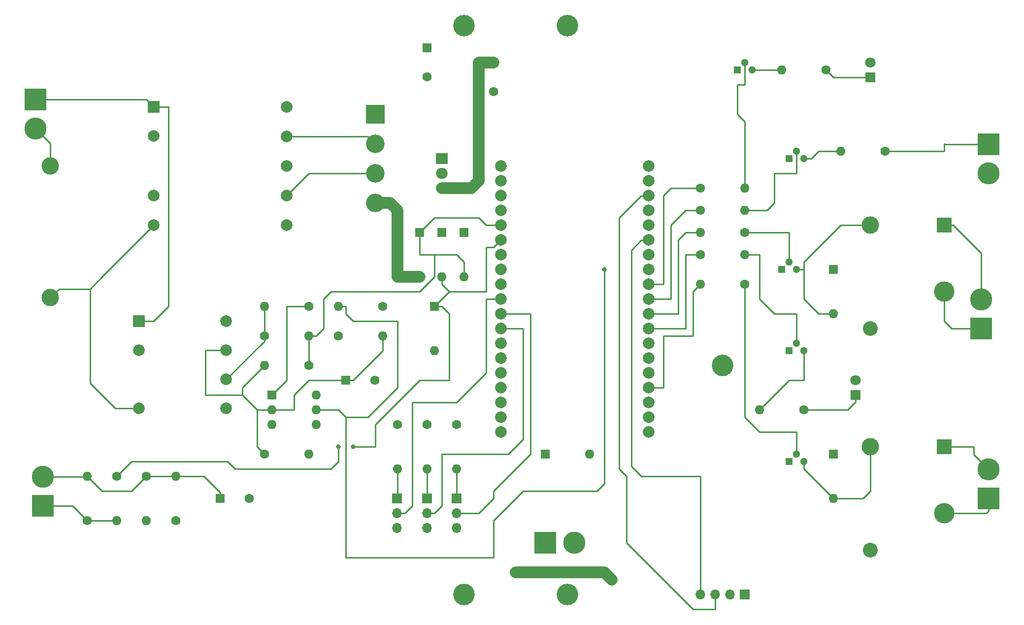
<source format=gbr>
G04 #@! TF.GenerationSoftware,KiCad,Pcbnew,(5.1.5)-3*
G04 #@! TF.CreationDate,2021-05-01T11:39:14+02:00*
G04 #@! TF.ProjectId,implantation finale,696d706c-616e-4746-9174-696f6e206669,rev?*
G04 #@! TF.SameCoordinates,PX231fb30PY3680a30*
G04 #@! TF.FileFunction,Copper,L1,Top*
G04 #@! TF.FilePolarity,Positive*
%FSLAX46Y46*%
G04 Gerber Fmt 4.6, Leading zero omitted, Abs format (unit mm)*
G04 Created by KiCad (PCBNEW (5.1.5)-3) date 2021-05-01 11:39:14*
%MOMM*%
%LPD*%
G04 APERTURE LIST*
%ADD10O,1.700000X1.700000*%
%ADD11R,1.700000X1.700000*%
%ADD12C,2.000000*%
%ADD13C,3.500000*%
%ADD14C,3.000000*%
%ADD15R,2.540000X2.540000*%
%ADD16C,2.540000*%
%ADD17R,1.300000X1.300000*%
%ADD18C,1.300000*%
%ADD19C,3.800000*%
%ADD20R,3.800000X3.800000*%
%ADD21R,2.000000X2.000000*%
%ADD22O,1.600000X1.600000*%
%ADD23R,1.600000X1.600000*%
%ADD24C,1.600000*%
%ADD25C,1.800000*%
%ADD26R,1.800000X1.800000*%
%ADD27O,2.000000X1.905000*%
%ADD28R,2.000000X1.905000*%
%ADD29R,3.200000X3.200000*%
%ADD30C,3.200000*%
%ADD31C,3.700000*%
%ADD32C,0.800000*%
%ADD33C,0.250000*%
%ADD34C,2.000000*%
G04 APERTURE END LIST*
D10*
X114300000Y-93980000D03*
X116840000Y-93980000D03*
X119380000Y-93980000D03*
D11*
X121920000Y-93980000D03*
D12*
X105410000Y-20320000D03*
X105410000Y-22860000D03*
X105410000Y-25400000D03*
X105410000Y-27940000D03*
X105410000Y-30480000D03*
X105410000Y-33020000D03*
X105410000Y-35560000D03*
X105410000Y-38100000D03*
X105410000Y-40640000D03*
X105410000Y-43180000D03*
X105410000Y-45720000D03*
X105410000Y-48260000D03*
X105410000Y-50800000D03*
X105410000Y-53340000D03*
X80010000Y-55880000D03*
X80010000Y-58420000D03*
X80010000Y-60960000D03*
X80010000Y-63500000D03*
X80010000Y-66040000D03*
X105410000Y-66040000D03*
X105410000Y-63500000D03*
X105410000Y-60960000D03*
X105410000Y-58420000D03*
X105410000Y-55880000D03*
X80010000Y-53340000D03*
X80010000Y-50800000D03*
X80010000Y-48260000D03*
X80010000Y-45720000D03*
X80010000Y-43180000D03*
X80010000Y-40640000D03*
X80010000Y-38100000D03*
X80010000Y-35560000D03*
X80010000Y-33020000D03*
X80010000Y-30480000D03*
X80010000Y-27940000D03*
X80010000Y-25400000D03*
X80010000Y-22860000D03*
X80010000Y-20320000D03*
D13*
X156210000Y-80010000D03*
D14*
X143510000Y-68580000D03*
D15*
X156210000Y-68580000D03*
D16*
X143510000Y-86360000D03*
D13*
X156210000Y-41910000D03*
D14*
X143510000Y-30480000D03*
D15*
X156210000Y-30480000D03*
D16*
X143510000Y-48260000D03*
D17*
X129540000Y-19050000D03*
D18*
X132080000Y-19050000D03*
X130810000Y-17780000D03*
D17*
X129540000Y-71120000D03*
D18*
X132080000Y-71120000D03*
X130810000Y-69850000D03*
D17*
X128270000Y-38100000D03*
D18*
X130810000Y-38100000D03*
X129540000Y-36830000D03*
D17*
X129540000Y-52070000D03*
D18*
X132080000Y-52070000D03*
X130810000Y-50800000D03*
D17*
X120650000Y-3810000D03*
D18*
X123190000Y-3810000D03*
X121920000Y-2540000D03*
D19*
X92630000Y-85090000D03*
D20*
X87630000Y-85090000D03*
D12*
X43180000Y-10160000D03*
X43180000Y-15240000D03*
X43180000Y-20320000D03*
X43180000Y-25400000D03*
X43180000Y-30480000D03*
X20320000Y-30480000D03*
X20320000Y-25400000D03*
X20320000Y-15160000D03*
D21*
X20320000Y-10160000D03*
D22*
X95250000Y-69850000D03*
D23*
X87630000Y-69850000D03*
D22*
X138430000Y-17780000D03*
D24*
X146050000Y-17780000D03*
D10*
X67310000Y-82550000D03*
X67310000Y-80010000D03*
D11*
X67310000Y-77470000D03*
D10*
X72390000Y-82550000D03*
X72390000Y-80010000D03*
D11*
X72390000Y-77470000D03*
D10*
X62125001Y-82550000D03*
X62125001Y-80010000D03*
D11*
X62125001Y-77470000D03*
D22*
X67310000Y-72390000D03*
D24*
X67310000Y-64770000D03*
D22*
X72390000Y-72390000D03*
D24*
X72390000Y-64770000D03*
D22*
X62230000Y-72390000D03*
D24*
X62230000Y-64770000D03*
D25*
X140970000Y-57150000D03*
D26*
X140970000Y-59690000D03*
D25*
X143510000Y-2540000D03*
D26*
X143510000Y-5080000D03*
D22*
X114300000Y-40640000D03*
D24*
X121920000Y-40640000D03*
D19*
X163830000Y-72470000D03*
D20*
X163830000Y-77470000D03*
D22*
X137160000Y-77470000D03*
D23*
X137160000Y-69850000D03*
D22*
X114300000Y-31750000D03*
D24*
X121920000Y-31750000D03*
D22*
X121920000Y-27940000D03*
D24*
X114300000Y-27940000D03*
D22*
X124460000Y-62230000D03*
D24*
X132080000Y-62230000D03*
D22*
X121920000Y-35560000D03*
D24*
X114300000Y-35560000D03*
D22*
X128270000Y-3810000D03*
D24*
X135890000Y-3810000D03*
D22*
X121920000Y-24130000D03*
D24*
X114300000Y-24130000D03*
D19*
X162560000Y-43260000D03*
D20*
X162560000Y-48260000D03*
D19*
X163830000Y-21590000D03*
D20*
X163830000Y-16590000D03*
D22*
X137160000Y-45720000D03*
D23*
X137160000Y-38100000D03*
D24*
X67310000Y-5000000D03*
D23*
X67310000Y0D03*
D24*
X36750000Y-77470000D03*
D23*
X31750000Y-77470000D03*
D24*
X58340000Y-57150000D03*
D23*
X53340000Y-57150000D03*
D24*
X78740000Y-7540000D03*
D23*
X78740000Y-2540000D03*
D22*
X13970000Y-81280000D03*
D24*
X13970000Y-73660000D03*
D22*
X66040000Y-39370000D03*
D23*
X66040000Y-31750000D03*
D22*
X68580000Y-52070000D03*
D23*
X68580000Y-44450000D03*
D22*
X73660000Y-39370000D03*
D23*
X73660000Y-31750000D03*
D22*
X69850000Y-39370000D03*
D23*
X69850000Y-31750000D03*
D27*
X69850000Y-24130000D03*
X69850000Y-21590000D03*
D28*
X69850000Y-19050000D03*
D22*
X48260000Y-59690000D03*
X40640000Y-64770000D03*
X48260000Y-62230000D03*
X40640000Y-62230000D03*
X48260000Y-64770000D03*
D23*
X40640000Y-59690000D03*
D12*
X32780000Y-46990000D03*
X32780000Y-51990000D03*
X32780000Y-56990000D03*
X32780000Y-61990000D03*
X17780000Y-61990000D03*
X17780000Y-51990000D03*
D21*
X17780000Y-46990000D03*
D22*
X8890000Y-73660000D03*
D24*
X8890000Y-81280000D03*
D22*
X39370000Y-54610000D03*
D24*
X46990000Y-54610000D03*
D22*
X46990000Y-49530000D03*
D24*
X39370000Y-49530000D03*
D22*
X19050000Y-81280000D03*
D24*
X19050000Y-73660000D03*
D22*
X24130000Y-73660000D03*
D24*
X24130000Y-81280000D03*
D22*
X46990000Y-69850000D03*
D24*
X39370000Y-69850000D03*
D22*
X59690000Y-49530000D03*
D24*
X52070000Y-49530000D03*
D22*
X52070000Y-44450000D03*
D24*
X59690000Y-44450000D03*
D22*
X39370000Y-44450000D03*
D24*
X46990000Y-44450000D03*
D19*
X1270000Y-73740000D03*
D20*
X1270000Y-78740000D03*
D19*
X0Y-13890000D03*
D20*
X0Y-8890000D03*
D14*
X2540000Y-42920000D03*
X2540000Y-20320000D03*
D29*
X58420000Y-11430000D03*
D30*
X58420000Y-16510000D03*
X58420000Y-21590000D03*
X58420000Y-26670000D03*
D31*
X73660000Y3810000D03*
X91440000Y3810000D03*
X73660000Y-93980000D03*
X91440000Y-93980000D03*
D32*
X118110000Y-54610000D03*
X118110000Y-54610000D03*
D31*
X118110000Y-54610000D03*
D32*
X54610000Y-68580000D03*
X52070000Y-68580000D03*
X97790000Y-38100000D03*
X82550000Y-90170000D03*
X99060000Y-91440000D03*
D33*
X36750000Y-77470000D02*
X36830000Y-77470000D01*
D34*
X66040000Y-39370000D02*
X62230000Y-39370000D01*
X60960000Y-26670000D02*
X58420000Y-26670000D01*
X62230000Y-27940000D02*
X60960000Y-26670000D01*
X62230000Y-39370000D02*
X62230000Y-27940000D01*
D33*
X35560000Y-58420000D02*
X39370000Y-54610000D01*
X32780000Y-51990000D02*
X29290000Y-51990000D01*
X29210000Y-52070000D02*
X29210000Y-59690000D01*
X35560000Y-59690000D02*
X35560000Y-58420000D01*
X29290000Y-51990000D02*
X29210000Y-52070000D01*
X29210000Y-59690000D02*
X35560000Y-59690000D01*
X38100000Y-62230000D02*
X40640000Y-62230000D01*
X35560000Y-59690000D02*
X38100000Y-62230000D01*
X38100000Y-68580000D02*
X39370000Y-69850000D01*
X38100000Y-62230000D02*
X38100000Y-68580000D01*
X59690000Y-49530000D02*
X59690000Y-52070000D01*
X54610000Y-57150000D02*
X53340000Y-57150000D01*
X59690000Y-52070000D02*
X54610000Y-57150000D01*
X44450000Y-59690000D02*
X44450000Y-62230000D01*
X44450000Y-62230000D02*
X40640000Y-62230000D01*
X53340000Y-57150000D02*
X46990000Y-57150000D01*
X46990000Y-57150000D02*
X44450000Y-59690000D01*
X8810000Y-73740000D02*
X8890000Y-73660000D01*
X1270000Y-73740000D02*
X8810000Y-73740000D01*
X8890000Y-73660000D02*
X11430000Y-76200000D01*
X16510000Y-76200000D02*
X19050000Y-73660000D01*
X11430000Y-76200000D02*
X16510000Y-76200000D01*
X19050000Y-73660000D02*
X24130000Y-73660000D01*
X31750000Y-76420000D02*
X31750000Y-77470000D01*
X28990000Y-73660000D02*
X31750000Y-76420000D01*
X24130000Y-73660000D02*
X28990000Y-73660000D01*
X57150000Y-15240000D02*
X58420000Y-16510000D01*
X57150000Y-15240000D02*
X43180000Y-15240000D01*
X46990000Y-21590000D02*
X43180000Y-25400000D01*
X58420000Y-21590000D02*
X46990000Y-21590000D01*
X69850000Y-39370000D02*
X69850000Y-40640000D01*
X69850000Y-40640000D02*
X71120000Y-41910000D01*
X71120000Y-41910000D02*
X77470000Y-41910000D01*
X77470000Y-41910000D02*
X77470000Y-34290000D01*
X78740000Y-34290000D02*
X80010000Y-33020000D01*
X77470000Y-34290000D02*
X78740000Y-34290000D01*
X71120000Y-41910000D02*
X69850000Y-43180000D01*
X69850000Y-43180000D02*
X68580000Y-44450000D01*
X68580000Y-44450000D02*
X69850000Y-44450000D01*
X69850000Y-44450000D02*
X71120000Y-45720000D01*
X71120000Y-45720000D02*
X71120000Y-57150000D01*
X71120000Y-57150000D02*
X66040000Y-57150000D01*
X66040000Y-57150000D02*
X58420000Y-64770000D01*
X58420000Y-64770000D02*
X58420000Y-68580000D01*
X58420000Y-68580000D02*
X54610000Y-68580000D01*
X52070000Y-68580000D02*
X52070000Y-71120000D01*
X52070000Y-71120000D02*
X50800000Y-72390000D01*
X50800000Y-72390000D02*
X34290000Y-72390000D01*
X34290000Y-72390000D02*
X33020000Y-71120000D01*
X16510000Y-71120000D02*
X13970000Y-73660000D01*
X33020000Y-71120000D02*
X16510000Y-71120000D01*
X80010000Y-30480000D02*
X77470000Y-30480000D01*
X77470000Y-30480000D02*
X76200000Y-29210000D01*
X76200000Y-29210000D02*
X68580000Y-29210000D01*
X68580000Y-29210000D02*
X66040000Y-31750000D01*
X73660000Y-36830000D02*
X73660000Y-39370000D01*
X72390000Y-35560000D02*
X73660000Y-36830000D01*
X66040000Y-31750000D02*
X66040000Y-35560000D01*
X46990000Y-49530000D02*
X46990000Y-54610000D01*
X67310000Y-35560000D02*
X72390000Y-35560000D01*
X66040000Y-35560000D02*
X67310000Y-35560000D01*
X48260000Y-49530000D02*
X46990000Y-49530000D01*
X49530000Y-43180000D02*
X49530000Y-48260000D01*
X68580000Y-35560000D02*
X68580000Y-39370000D01*
X49530000Y-48260000D02*
X48260000Y-49530000D01*
X68580000Y-39370000D02*
X66040000Y-41910000D01*
X66040000Y-41910000D02*
X50800000Y-41910000D01*
X67310000Y-35560000D02*
X68580000Y-35560000D01*
X50800000Y-41910000D02*
X49530000Y-43180000D01*
X4039999Y-41420001D02*
X9379999Y-41420001D01*
X2540000Y-42920000D02*
X4039999Y-41420001D01*
X9379999Y-41420001D02*
X11430000Y-39370000D01*
X11430000Y-39370000D02*
X20320000Y-30480000D01*
X17780000Y-61990000D02*
X13730000Y-61990000D01*
X9379999Y-57639999D02*
X9379999Y-41420001D01*
X13730000Y-61990000D02*
X9379999Y-57639999D01*
X2540000Y-16430000D02*
X2540000Y-20320000D01*
X0Y-13890000D02*
X2540000Y-16430000D01*
X0Y-8890000D02*
X19050000Y-8890000D01*
X19050000Y-8890000D02*
X20320000Y-10160000D01*
X20320000Y-10160000D02*
X22860000Y-10160000D01*
X22860000Y-10160000D02*
X22860000Y-44450000D01*
X20320000Y-46990000D02*
X17780000Y-46990000D01*
X22860000Y-44450000D02*
X20320000Y-46990000D01*
X39370000Y-50400000D02*
X39370000Y-49530000D01*
X32780000Y-56990000D02*
X39370000Y-50400000D01*
X39370000Y-49530000D02*
X39370000Y-44450000D01*
X43180000Y-57150000D02*
X40640000Y-59690000D01*
X46990000Y-44450000D02*
X43180000Y-44450000D01*
X43180000Y-44450000D02*
X43180000Y-57150000D01*
X52070000Y-62230000D02*
X48260000Y-62230000D01*
X53340000Y-87630000D02*
X53340000Y-63500000D01*
X52070000Y-44450000D02*
X53340000Y-44450000D01*
X53340000Y-44450000D02*
X53340000Y-45720000D01*
X53340000Y-45720000D02*
X54610000Y-46990000D01*
X54610000Y-46990000D02*
X58815002Y-46990000D01*
X58815002Y-46990000D02*
X62230000Y-46990000D01*
X62230000Y-46990000D02*
X62230000Y-58420000D01*
X62230000Y-58420000D02*
X58420000Y-62230000D01*
X58420000Y-62230000D02*
X57150000Y-63500000D01*
X57150000Y-63500000D02*
X53340000Y-63500000D01*
X53340000Y-63500000D02*
X52070000Y-62230000D01*
X53340000Y-87630000D02*
X78740000Y-87630000D01*
X78740000Y-87630000D02*
X78740000Y-81280000D01*
X78740000Y-81280000D02*
X83820000Y-76200000D01*
X83820000Y-76200000D02*
X96520000Y-76200000D01*
X96520000Y-76200000D02*
X97790000Y-74930000D01*
X97790000Y-74930000D02*
X97790000Y-39370000D01*
X97790000Y-39370000D02*
X97790000Y-38100000D01*
D34*
X82550000Y-90170000D02*
X82550000Y-90170000D01*
X82550000Y-90170000D02*
X97790000Y-90170000D01*
X97790000Y-90170000D02*
X99060000Y-91440000D01*
D33*
X135890000Y-3810000D02*
X137160000Y-5080000D01*
X137160000Y-5080000D02*
X143510000Y-5080000D01*
X140970000Y-60840000D02*
X140970000Y-59690000D01*
X139580000Y-62230000D02*
X140970000Y-60840000D01*
X132080000Y-62230000D02*
X139580000Y-62230000D01*
X132080000Y-38100000D02*
X132080000Y-43180000D01*
X132080000Y-43180000D02*
X134620000Y-45720000D01*
X134620000Y-45720000D02*
X137160000Y-45720000D01*
X132080000Y-38100000D02*
X130810000Y-38100000D01*
X132080000Y-38100000D02*
X132080000Y-36830000D01*
X138430000Y-30480000D02*
X143510000Y-30480000D01*
X132080000Y-36830000D02*
X138430000Y-30480000D01*
X6350000Y-78740000D02*
X8890000Y-81280000D01*
X1270000Y-78740000D02*
X6350000Y-78740000D01*
X8890000Y-81280000D02*
X13970000Y-81280000D01*
X156210000Y-30480000D02*
X157730000Y-30480000D01*
X162560000Y-35310000D02*
X162560000Y-43260000D01*
X157730000Y-30480000D02*
X162560000Y-35310000D01*
X157480000Y-48260000D02*
X162560000Y-48260000D01*
X156210000Y-41910000D02*
X156210000Y-46990000D01*
X156210000Y-46990000D02*
X157480000Y-48260000D01*
X123190000Y-3810000D02*
X125730000Y-3810000D01*
X125730000Y-3810000D02*
X128270000Y-3810000D01*
X129540000Y-57150000D02*
X124460000Y-62230000D01*
X132080000Y-57150000D02*
X129540000Y-57150000D01*
X132080000Y-52070000D02*
X132080000Y-57150000D01*
X107950000Y-40640000D02*
X105410000Y-40640000D01*
X107950000Y-25400000D02*
X107950000Y-40640000D01*
X109220000Y-24130000D02*
X107950000Y-25400000D01*
X111760000Y-24130000D02*
X109220000Y-24130000D01*
X111760000Y-24130000D02*
X114300000Y-24130000D01*
X111760000Y-48260000D02*
X111760000Y-35560000D01*
X105410000Y-48260000D02*
X111760000Y-48260000D01*
X111760000Y-35560000D02*
X114300000Y-35560000D01*
X109220000Y-30480000D02*
X111760000Y-27940000D01*
X109220000Y-43180000D02*
X109220000Y-30480000D01*
X111760000Y-27940000D02*
X114300000Y-27940000D01*
X109220000Y-43180000D02*
X105410000Y-43180000D01*
X132080000Y-72390000D02*
X137160000Y-77470000D01*
X132080000Y-71120000D02*
X132080000Y-72390000D01*
X137160000Y-77470000D02*
X142240000Y-77470000D01*
X143510000Y-76200000D02*
X143510000Y-68580000D01*
X142240000Y-77470000D02*
X143510000Y-76200000D01*
X156210000Y-68580000D02*
X161290000Y-68580000D01*
X161290000Y-69930000D02*
X163830000Y-72470000D01*
X161290000Y-68580000D02*
X161290000Y-69930000D01*
X163830000Y-79620000D02*
X163830000Y-77470000D01*
X163440000Y-80010000D02*
X163830000Y-79620000D01*
X156210000Y-80010000D02*
X163440000Y-80010000D01*
X110490000Y-33020000D02*
X111760000Y-31750000D01*
X105410000Y-45720000D02*
X110490000Y-45720000D01*
X110490000Y-45720000D02*
X110490000Y-33020000D01*
X111760000Y-31750000D02*
X114300000Y-31750000D01*
X113030000Y-41910000D02*
X114300000Y-40640000D01*
X113030000Y-49530000D02*
X113030000Y-41910000D01*
X105410000Y-58420000D02*
X107950000Y-58420000D01*
X107950000Y-49530000D02*
X113030000Y-49530000D01*
X107950000Y-58420000D02*
X107950000Y-49530000D01*
X62230000Y-77365001D02*
X62125001Y-77470000D01*
X62230000Y-72390000D02*
X62230000Y-77365001D01*
X72390000Y-72390000D02*
X72390000Y-77470000D01*
X67310000Y-72390000D02*
X67310000Y-77470000D01*
X63500000Y-80010000D02*
X62125001Y-80010000D01*
X64770000Y-78740000D02*
X63500000Y-80010000D01*
X77470000Y-43180000D02*
X77470000Y-55880000D01*
X80010000Y-43180000D02*
X77470000Y-43180000D01*
X77470000Y-55880000D02*
X72390000Y-60960000D01*
X72390000Y-60960000D02*
X64770000Y-60960000D01*
X64770000Y-60960000D02*
X64770000Y-78740000D01*
X72390000Y-80010000D02*
X76200000Y-80010000D01*
X76200000Y-80010000D02*
X78740000Y-77470000D01*
X78740000Y-77470000D02*
X78740000Y-76200000D01*
X78740000Y-76200000D02*
X85090000Y-69850000D01*
X85090000Y-69850000D02*
X85090000Y-45720000D01*
X85090000Y-45720000D02*
X80010000Y-45720000D01*
X69850000Y-78740000D02*
X68580000Y-80010000D01*
X83820000Y-48260000D02*
X83820000Y-67310000D01*
X69850000Y-69850000D02*
X69850000Y-78740000D01*
X68580000Y-80010000D02*
X67310000Y-80010000D01*
X80010000Y-48260000D02*
X83820000Y-48260000D01*
X83820000Y-67310000D02*
X81280000Y-69850000D01*
X81280000Y-69850000D02*
X69850000Y-69850000D01*
X134620000Y-17780000D02*
X138430000Y-17780000D01*
X133350000Y-19050000D02*
X134620000Y-17780000D01*
X132080000Y-19050000D02*
X133350000Y-19050000D01*
D34*
X69850000Y-24130000D02*
X74930000Y-24130000D01*
X78740000Y-2540000D02*
X76200000Y-2540000D01*
X76200000Y-22860000D02*
X74930000Y-24130000D01*
X76200000Y-2540000D02*
X76200000Y-22860000D01*
D33*
X156290000Y-16590000D02*
X163830000Y-16590000D01*
X146050000Y-17780000D02*
X156210000Y-17780000D01*
X156210000Y-16510000D02*
X156290000Y-16590000D01*
X156210000Y-17780000D02*
X156210000Y-16510000D01*
X120650000Y-11430000D02*
X120650000Y-6350000D01*
X120650000Y-6350000D02*
X121920000Y-6350000D01*
X121920000Y-6350000D02*
X121920000Y-2540000D01*
X121920000Y-24130000D02*
X121920000Y-12700000D01*
X121920000Y-12700000D02*
X120650000Y-11430000D01*
X120650000Y-11430000D02*
X120650000Y-10160000D01*
X127000000Y-45720000D02*
X130810000Y-45720000D01*
X130810000Y-45720000D02*
X130810000Y-50800000D01*
X124460000Y-43180000D02*
X127000000Y-45720000D01*
X124460000Y-35560000D02*
X124460000Y-43180000D01*
X121920000Y-35560000D02*
X124460000Y-35560000D01*
X129540000Y-31750000D02*
X129540000Y-36830000D01*
X129540000Y-31750000D02*
X121920000Y-31750000D01*
X121920000Y-40640000D02*
X121920000Y-63500000D01*
X121920000Y-63500000D02*
X124460000Y-66040000D01*
X124460000Y-66040000D02*
X130810000Y-66040000D01*
X130810000Y-66040000D02*
X130810000Y-69850000D01*
X127000000Y-26670000D02*
X127000000Y-21590000D01*
X127000000Y-21590000D02*
X130810000Y-21590000D01*
X130810000Y-21590000D02*
X130810000Y-17780000D01*
X125730000Y-27940000D02*
X127000000Y-26670000D01*
X125730000Y-27940000D02*
X121920000Y-27940000D01*
X114300000Y-93980000D02*
X114300000Y-73660000D01*
X104140000Y-73660000D02*
X102419990Y-71939990D01*
X102419990Y-71939990D02*
X102419990Y-34740010D01*
X114300000Y-73660000D02*
X104140000Y-73660000D01*
X102419990Y-34740010D02*
X104084999Y-33075001D01*
X105354999Y-33075001D02*
X105410000Y-33020000D01*
X104084999Y-33075001D02*
X105354999Y-33075001D01*
X101600000Y-83019002D02*
X101600000Y-73660000D01*
X101600000Y-73660000D02*
X100330000Y-72390000D01*
X100330000Y-72390000D02*
X100330000Y-29210000D01*
X100330000Y-29210000D02*
X104084999Y-25455001D01*
X101600000Y-85090000D02*
X101600000Y-73660000D01*
X113030000Y-96520000D02*
X101600000Y-85090000D01*
X116840000Y-93980000D02*
X116840000Y-96520000D01*
X116840000Y-96520000D02*
X113030000Y-96520000D01*
X105354999Y-25455001D02*
X105410000Y-25400000D01*
X104084999Y-25455001D02*
X105354999Y-25455001D01*
M02*

</source>
